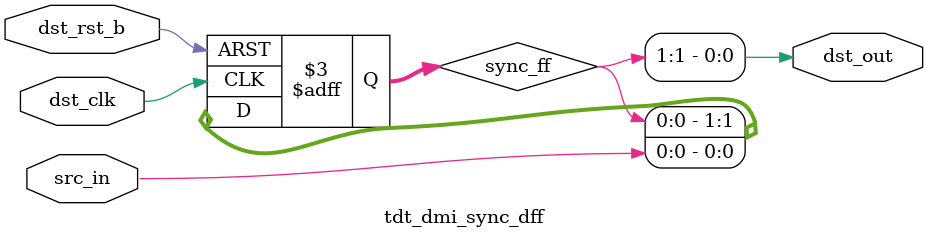
<source format=v>
/*Copyright 2020-2021 T-Head Semiconductor Co., Ltd.

Licensed under the Apache License, Version 2.0 (the "License");
you may not use this file except in compliance with the License.
You may obtain a copy of the License at

    http://www.apache.org/licenses/LICENSE-2.0

Unless required by applicable law or agreed to in writing, software
distributed under the License is distributed on an "AS IS" BASIS,
WITHOUT WARRANTIES OR CONDITIONS OF ANY KIND, either express or implied.
See the License for the specific language governing permissions and
limitations under the License.
*/
module tdt_dmi_sync_dff #(
    parameter    SYNC_NUM = 2
)(
    input        dst_clk,
    input        dst_rst_b,
    input        src_in,
    output       dst_out
);

reg  [SYNC_NUM-1:0] sync_ff;

always @ (posedge dst_clk or negedge dst_rst_b) begin
    if (!dst_rst_b)
        sync_ff[SYNC_NUM-1:0] <= {SYNC_NUM{1'b0}};
    else 
        sync_ff[SYNC_NUM-1:0] <= {sync_ff[SYNC_NUM-2:0], src_in};
end

assign dst_out = sync_ff[SYNC_NUM-1];

endmodule

</source>
